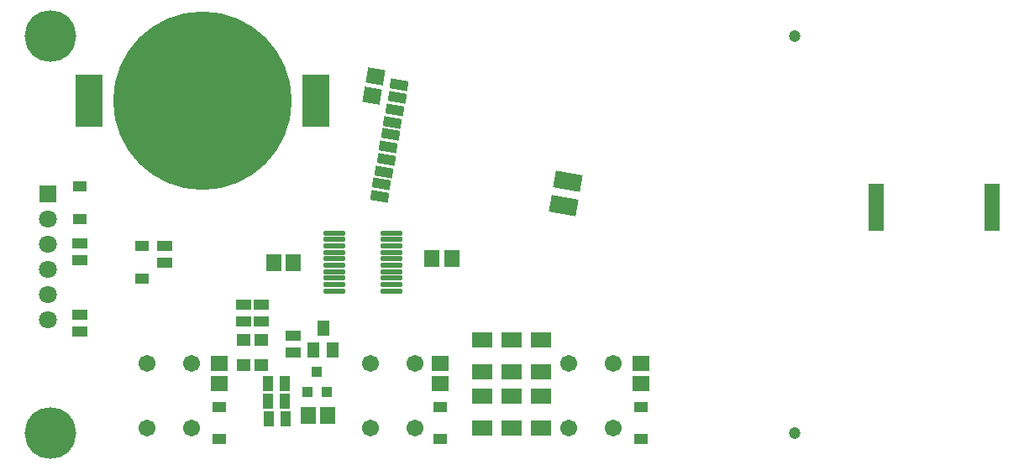
<source format=gts>
G04*
G04 #@! TF.GenerationSoftware,Altium Limited,Altium Designer,19.0.15 (446)*
G04*
G04 Layer_Color=8388736*
%FSLAX25Y25*%
%MOIN*%
G70*
G01*
G75*
%ADD32R,0.04147X0.05918*%
%ADD33R,0.03950X0.04343*%
%ADD34R,0.05918X0.04147*%
%ADD35R,0.06902X0.06115*%
%ADD36R,0.04737X0.06312*%
%ADD37R,0.06115X0.06902*%
%ADD38R,0.05603X0.04402*%
%ADD39R,0.08280X0.06115*%
%ADD40R,0.05721X0.05131*%
G04:AMPARAMS|DCode=41|XSize=70.99mil|YSize=39.5mil|CornerRadius=0mil|HoleSize=0mil|Usage=FLASHONLY|Rotation=350.000|XOffset=0mil|YOffset=0mil|HoleType=Round|Shape=Rectangle|*
%AMROTATEDRECTD41*
4,1,4,-0.03839,-0.01328,-0.03153,0.02561,0.03839,0.01328,0.03153,-0.02561,-0.03839,-0.01328,0.0*
%
%ADD41ROTATEDRECTD41*%

G04:AMPARAMS|DCode=42|XSize=108mil|YSize=67.06mil|CornerRadius=0mil|HoleSize=0mil|Usage=FLASHONLY|Rotation=350.000|XOffset=0mil|YOffset=0mil|HoleType=Round|Shape=Rectangle|*
%AMROTATEDRECTD42*
4,1,4,-0.05900,-0.02364,-0.04736,0.04240,0.05900,0.02364,0.04736,-0.04240,-0.05900,-0.02364,0.0*
%
%ADD42ROTATEDRECTD42*%

%ADD43R,0.05918X0.18517*%
%ADD44O,0.09068X0.02178*%
G04:AMPARAMS|DCode=45|XSize=69.02mil|YSize=61.15mil|CornerRadius=0mil|HoleSize=0mil|Usage=FLASHONLY|Rotation=350.000|XOffset=0mil|YOffset=0mil|HoleType=Round|Shape=Rectangle|*
%AMROTATEDRECTD45*
4,1,4,-0.03930,-0.02412,-0.02868,0.03610,0.03930,0.02412,0.02868,-0.03610,-0.03930,-0.02412,0.0*
%
%ADD45ROTATEDRECTD45*%

%ADD46R,0.10642X0.20879*%
%ADD47C,0.70879*%
%ADD48C,0.06706*%
%ADD49C,0.07099*%
%ADD50R,0.07099X0.07099*%
%ADD51C,0.04737*%
%ADD52C,0.20485*%
D32*
X86417Y19718D02*
D03*
X93110D02*
D03*
X93307Y5512D02*
D03*
X86614D02*
D03*
X86417Y12615D02*
D03*
X93110D02*
D03*
D33*
X102165Y16355D02*
D03*
X109646D02*
D03*
X105905Y24229D02*
D03*
D34*
X96457Y38780D02*
D03*
Y32087D02*
D03*
X11693Y40354D02*
D03*
Y47047D02*
D03*
X11811Y75197D02*
D03*
Y68504D02*
D03*
X45276Y67520D02*
D03*
Y74213D02*
D03*
X83745Y50984D02*
D03*
Y44291D02*
D03*
X76855D02*
D03*
Y50984D02*
D03*
D35*
X234252Y27559D02*
D03*
Y19685D02*
D03*
X154774Y27559D02*
D03*
Y19685D02*
D03*
X66929Y27559D02*
D03*
Y19685D02*
D03*
D36*
X104528Y33071D02*
D03*
X112008D02*
D03*
X108268Y41732D02*
D03*
D37*
X110236Y7087D02*
D03*
X102362D02*
D03*
X159449Y69193D02*
D03*
X151575D02*
D03*
X88583Y67520D02*
D03*
X96457D02*
D03*
D38*
X66929Y10384D02*
D03*
Y-2510D02*
D03*
X154774Y10384D02*
D03*
Y-2510D02*
D03*
X234252Y10384D02*
D03*
Y-2510D02*
D03*
X11811Y97894D02*
D03*
Y85000D02*
D03*
X36417Y61466D02*
D03*
Y74360D02*
D03*
D39*
X171260Y1969D02*
D03*
Y14567D02*
D03*
Y24252D02*
D03*
Y36850D02*
D03*
X194882Y24252D02*
D03*
Y36850D02*
D03*
X183071Y24252D02*
D03*
Y36850D02*
D03*
X194882Y1969D02*
D03*
Y14567D02*
D03*
X183071Y1969D02*
D03*
Y14567D02*
D03*
D40*
X83745Y36811D02*
D03*
Y26969D02*
D03*
X76855Y36811D02*
D03*
Y26969D02*
D03*
D41*
X138502Y138212D02*
D03*
X137634Y133288D02*
D03*
X136766Y128364D02*
D03*
X135897Y123440D02*
D03*
X135029Y118516D02*
D03*
X134161Y113592D02*
D03*
X133293Y108667D02*
D03*
X132424Y103743D02*
D03*
X131556Y98819D02*
D03*
X130688Y93895D02*
D03*
D42*
X203801Y90238D02*
D03*
X205504Y99892D02*
D03*
D43*
X327756Y89686D02*
D03*
X373819D02*
D03*
D44*
X112638Y79429D02*
D03*
Y76870D02*
D03*
Y74311D02*
D03*
Y71752D02*
D03*
Y69193D02*
D03*
Y66634D02*
D03*
Y64075D02*
D03*
Y61516D02*
D03*
Y58957D02*
D03*
Y56398D02*
D03*
X135472Y79429D02*
D03*
Y76870D02*
D03*
Y74311D02*
D03*
Y71752D02*
D03*
Y69193D02*
D03*
Y66634D02*
D03*
Y64075D02*
D03*
Y61516D02*
D03*
Y58957D02*
D03*
Y56398D02*
D03*
D45*
X129098Y141673D02*
D03*
X127730Y133918D02*
D03*
D46*
X15299Y131890D02*
D03*
X105299D02*
D03*
D47*
X60299D02*
D03*
D48*
X56102Y27559D02*
D03*
X38386D02*
D03*
X56102Y1969D02*
D03*
X38386D02*
D03*
X144685Y27559D02*
D03*
X126969D02*
D03*
X144685Y1969D02*
D03*
X126969D02*
D03*
X223425Y27559D02*
D03*
X205709D02*
D03*
X223425Y1969D02*
D03*
X205709D02*
D03*
D49*
X-984Y54961D02*
D03*
Y64961D02*
D03*
X-984Y74961D02*
D03*
X-984Y84961D02*
D03*
X-984Y44961D02*
D03*
D50*
X-984Y94961D02*
D03*
D51*
X295276Y157480D02*
D03*
Y0D02*
D03*
D52*
X0Y157480D02*
D03*
Y0D02*
D03*
M02*

</source>
